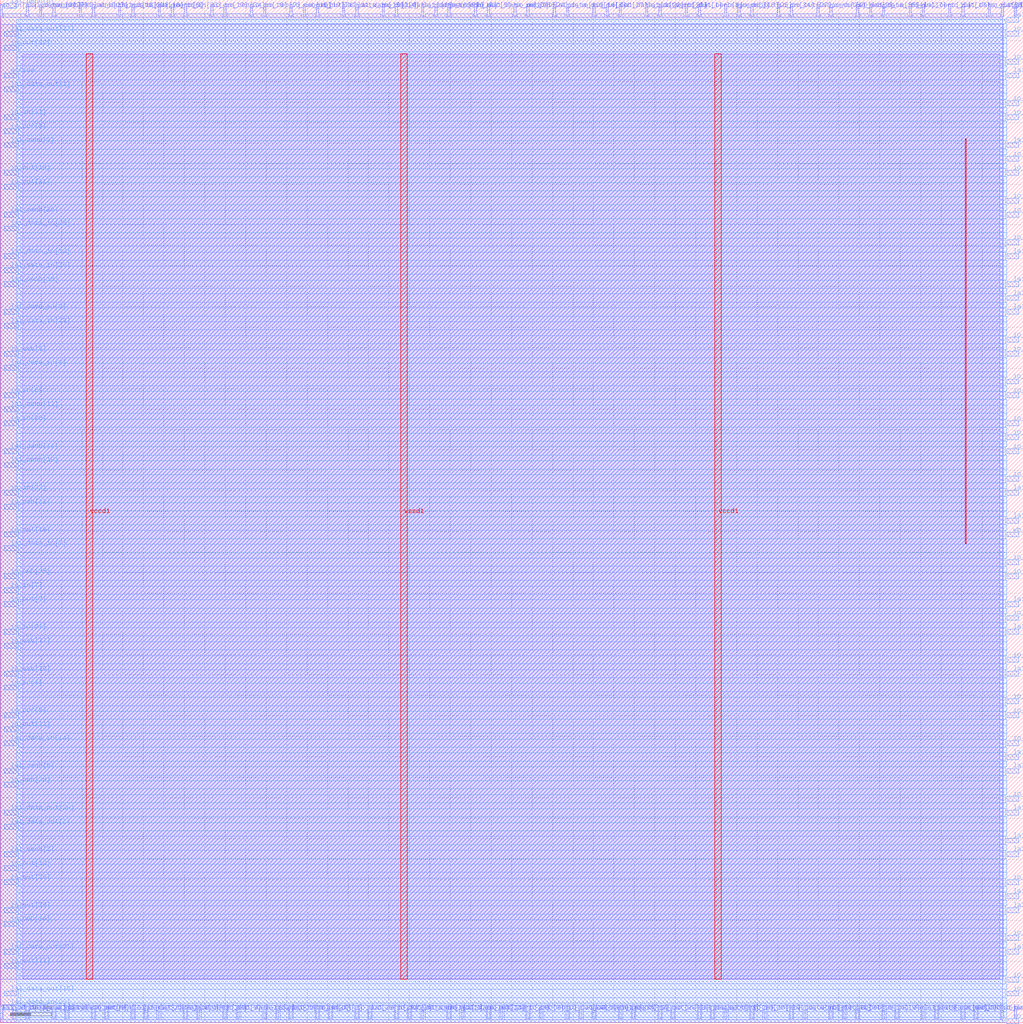
<source format=lef>
VERSION 5.7 ;
  NOWIREEXTENSIONATPIN ON ;
  DIVIDERCHAR "/" ;
  BUSBITCHARS "[]" ;
MACRO wrapped_rgb_mixer
  CLASS BLOCK ;
  FOREIGN wrapped_rgb_mixer ;
  ORIGIN 0.000 0.000 ;
  SIZE 250.000 BY 250.000 ;
  PIN active
    DIRECTION INPUT ;
    USE SIGNAL ;
    PORT
      LAYER met3 ;
        RECT 1.000 230.940 4.000 232.140 ;
    END
  END active
  PIN io_in[0]
    DIRECTION INPUT ;
    USE SIGNAL ;
    PORT
      LAYER met2 ;
        RECT 77.230 1.000 77.790 4.000 ;
    END
  END io_in[0]
  PIN io_in[10]
    DIRECTION INPUT ;
    USE SIGNAL ;
    PORT
      LAYER met2 ;
        RECT 138.410 246.000 138.970 249.000 ;
    END
  END io_in[10]
  PIN io_in[11]
    DIRECTION INPUT ;
    USE SIGNAL ;
    PORT
      LAYER met2 ;
        RECT -0.050 246.000 0.510 249.000 ;
    END
  END io_in[11]
  PIN io_in[12]
    DIRECTION INPUT ;
    USE SIGNAL ;
    PORT
      LAYER met3 ;
        RECT 246.000 210.540 249.000 211.740 ;
    END
  END io_in[12]
  PIN io_in[13]
    DIRECTION INPUT ;
    USE SIGNAL ;
    PORT
      LAYER met2 ;
        RECT 119.090 1.000 119.650 4.000 ;
    END
  END io_in[13]
  PIN io_in[14]
    DIRECTION INPUT ;
    USE SIGNAL ;
    PORT
      LAYER met2 ;
        RECT 93.330 246.000 93.890 249.000 ;
    END
  END io_in[14]
  PIN io_in[15]
    DIRECTION INPUT ;
    USE SIGNAL ;
    PORT
      LAYER met3 ;
        RECT 246.000 220.740 249.000 221.940 ;
    END
  END io_in[15]
  PIN io_in[16]
    DIRECTION INPUT ;
    USE SIGNAL ;
    PORT
      LAYER met3 ;
        RECT 246.000 20.140 249.000 21.340 ;
    END
  END io_in[16]
  PIN io_in[17]
    DIRECTION INPUT ;
    USE SIGNAL ;
    PORT
      LAYER met2 ;
        RECT 51.470 246.000 52.030 249.000 ;
    END
  END io_in[17]
  PIN io_in[18]
    DIRECTION INPUT ;
    USE SIGNAL ;
    PORT
      LAYER met2 ;
        RECT 61.130 246.000 61.690 249.000 ;
    END
  END io_in[18]
  PIN io_in[19]
    DIRECTION INPUT ;
    USE SIGNAL ;
    PORT
      LAYER met2 ;
        RECT 215.690 1.000 216.250 4.000 ;
    END
  END io_in[19]
  PIN io_in[1]
    DIRECTION INPUT ;
    USE SIGNAL ;
    PORT
      LAYER met3 ;
        RECT 1.000 81.340 4.000 82.540 ;
    END
  END io_in[1]
  PIN io_in[20]
    DIRECTION INPUT ;
    USE SIGNAL ;
    PORT
      LAYER met3 ;
        RECT 1.000 145.940 4.000 147.140 ;
    END
  END io_in[20]
  PIN io_in[21]
    DIRECTION INPUT ;
    USE SIGNAL ;
    PORT
      LAYER met3 ;
        RECT 1.000 94.940 4.000 96.140 ;
    END
  END io_in[21]
  PIN io_in[22]
    DIRECTION INPUT ;
    USE SIGNAL ;
    PORT
      LAYER met3 ;
        RECT 246.000 77.940 249.000 79.140 ;
    END
  END io_in[22]
  PIN io_in[23]
    DIRECTION INPUT ;
    USE SIGNAL ;
    PORT
      LAYER met2 ;
        RECT 45.030 246.000 45.590 249.000 ;
    END
  END io_in[23]
  PIN io_in[24]
    DIRECTION INPUT ;
    USE SIGNAL ;
    PORT
      LAYER met2 ;
        RECT 32.150 246.000 32.710 249.000 ;
    END
  END io_in[24]
  PIN io_in[25]
    DIRECTION INPUT ;
    USE SIGNAL ;
    PORT
      LAYER met2 ;
        RECT 186.710 1.000 187.270 4.000 ;
    END
  END io_in[25]
  PIN io_in[26]
    DIRECTION INPUT ;
    USE SIGNAL ;
    PORT
      LAYER met2 ;
        RECT 183.490 1.000 184.050 4.000 ;
    END
  END io_in[26]
  PIN io_in[27]
    DIRECTION INPUT ;
    USE SIGNAL ;
    PORT
      LAYER met3 ;
        RECT 246.000 54.140 249.000 55.340 ;
    END
  END io_in[27]
  PIN io_in[28]
    DIRECTION INPUT ;
    USE SIGNAL ;
    PORT
      LAYER met2 ;
        RECT 164.170 1.000 164.730 4.000 ;
    END
  END io_in[28]
  PIN io_in[29]
    DIRECTION INPUT ;
    USE SIGNAL ;
    PORT
      LAYER met2 ;
        RECT 247.890 246.000 248.450 249.000 ;
    END
  END io_in[29]
  PIN io_in[2]
    DIRECTION INPUT ;
    USE SIGNAL ;
    PORT
      LAYER met2 ;
        RECT 80.450 1.000 81.010 4.000 ;
    END
  END io_in[2]
  PIN io_in[30]
    DIRECTION INPUT ;
    USE SIGNAL ;
    PORT
      LAYER met3 ;
        RECT 246.000 98.340 249.000 99.540 ;
    END
  END io_in[30]
  PIN io_in[31]
    DIRECTION INPUT ;
    USE SIGNAL ;
    PORT
      LAYER met3 ;
        RECT 1.000 220.740 4.000 221.940 ;
    END
  END io_in[31]
  PIN io_in[32]
    DIRECTION INPUT ;
    USE SIGNAL ;
    PORT
      LAYER met2 ;
        RECT 154.510 1.000 155.070 4.000 ;
    END
  END io_in[32]
  PIN io_in[33]
    DIRECTION INPUT ;
    USE SIGNAL ;
    PORT
      LAYER met3 ;
        RECT 1.000 128.940 4.000 130.140 ;
    END
  END io_in[33]
  PIN io_in[34]
    DIRECTION INPUT ;
    USE SIGNAL ;
    PORT
      LAYER met2 ;
        RECT 189.930 246.000 190.490 249.000 ;
    END
  END io_in[34]
  PIN io_in[35]
    DIRECTION INPUT ;
    USE SIGNAL ;
    PORT
      LAYER met2 ;
        RECT 215.690 246.000 216.250 249.000 ;
    END
  END io_in[35]
  PIN io_in[36]
    DIRECTION INPUT ;
    USE SIGNAL ;
    PORT
      LAYER met3 ;
        RECT 246.000 156.140 249.000 157.340 ;
    END
  END io_in[36]
  PIN io_in[37]
    DIRECTION INPUT ;
    USE SIGNAL ;
    PORT
      LAYER met2 ;
        RECT 222.130 246.000 222.690 249.000 ;
    END
  END io_in[37]
  PIN io_in[3]
    DIRECTION INPUT ;
    USE SIGNAL ;
    PORT
      LAYER met2 ;
        RECT 144.850 246.000 145.410 249.000 ;
    END
  END io_in[3]
  PIN io_in[4]
    DIRECTION INPUT ;
    USE SIGNAL ;
    PORT
      LAYER met3 ;
        RECT 246.000 152.740 249.000 153.940 ;
    END
  END io_in[4]
  PIN io_in[5]
    DIRECTION INPUT ;
    USE SIGNAL ;
    PORT
      LAYER met3 ;
        RECT 246.000 241.140 249.000 242.340 ;
    END
  END io_in[5]
  PIN io_in[6]
    DIRECTION INPUT ;
    USE SIGNAL ;
    PORT
      LAYER met3 ;
        RECT 1.000 152.740 4.000 153.940 ;
    END
  END io_in[6]
  PIN io_in[7]
    DIRECTION INPUT ;
    USE SIGNAL ;
    PORT
      LAYER met3 ;
        RECT 1.000 105.140 4.000 106.340 ;
    END
  END io_in[7]
  PIN io_in[8]
    DIRECTION INPUT ;
    USE SIGNAL ;
    PORT
      LAYER met3 ;
        RECT 246.000 166.340 249.000 167.540 ;
    END
  END io_in[8]
  PIN io_in[9]
    DIRECTION INPUT ;
    USE SIGNAL ;
    PORT
      LAYER met2 ;
        RECT 41.810 246.000 42.370 249.000 ;
    END
  END io_in[9]
  PIN io_oeb[0]
    DIRECTION INOUT ;
    USE SIGNAL ;
    PORT
      LAYER met2 ;
        RECT 131.970 1.000 132.530 4.000 ;
    END
  END io_oeb[0]
  PIN io_oeb[10]
    DIRECTION INOUT ;
    USE SIGNAL ;
    PORT
      LAYER met3 ;
        RECT 1.000 84.740 4.000 85.940 ;
    END
  END io_oeb[10]
  PIN io_oeb[11]
    DIRECTION INOUT ;
    USE SIGNAL ;
    PORT
      LAYER met3 ;
        RECT 246.000 142.540 249.000 143.740 ;
    END
  END io_oeb[11]
  PIN io_oeb[12]
    DIRECTION INOUT ;
    USE SIGNAL ;
    PORT
      LAYER met3 ;
        RECT 246.000 74.540 249.000 75.740 ;
    END
  END io_oeb[12]
  PIN io_oeb[13]
    DIRECTION INOUT ;
    USE SIGNAL ;
    PORT
      LAYER met3 ;
        RECT 246.000 67.740 249.000 68.940 ;
    END
  END io_oeb[13]
  PIN io_oeb[14]
    DIRECTION INOUT ;
    USE SIGNAL ;
    PORT
      LAYER met3 ;
        RECT 1.000 23.540 4.000 24.740 ;
    END
  END io_oeb[14]
  PIN io_oeb[15]
    DIRECTION INOUT ;
    USE SIGNAL ;
    PORT
      LAYER met2 ;
        RECT 70.790 246.000 71.350 249.000 ;
    END
  END io_oeb[15]
  PIN io_oeb[16]
    DIRECTION INOUT ;
    USE SIGNAL ;
    PORT
      LAYER met3 ;
        RECT 246.000 9.940 249.000 11.140 ;
    END
  END io_oeb[16]
  PIN io_oeb[17]
    DIRECTION INOUT ;
    USE SIGNAL ;
    PORT
      LAYER met2 ;
        RECT 67.570 1.000 68.130 4.000 ;
    END
  END io_oeb[17]
  PIN io_oeb[18]
    DIRECTION INOUT ;
    USE SIGNAL ;
    PORT
      LAYER met2 ;
        RECT 180.270 246.000 180.830 249.000 ;
    END
  END io_oeb[18]
  PIN io_oeb[19]
    DIRECTION INOUT ;
    USE SIGNAL ;
    PORT
      LAYER met2 ;
        RECT 74.010 246.000 74.570 249.000 ;
    END
  END io_oeb[19]
  PIN io_oeb[1]
    DIRECTION INOUT ;
    USE SIGNAL ;
    PORT
      LAYER met2 ;
        RECT 196.370 1.000 196.930 4.000 ;
    END
  END io_oeb[1]
  PIN io_oeb[20]
    DIRECTION INOUT ;
    USE SIGNAL ;
    PORT
      LAYER met3 ;
        RECT 246.000 108.540 249.000 109.740 ;
    END
  END io_oeb[20]
  PIN io_oeb[21]
    DIRECTION INOUT ;
    USE SIGNAL ;
    PORT
      LAYER met2 ;
        RECT 9.610 246.000 10.170 249.000 ;
    END
  END io_oeb[21]
  PIN io_oeb[22]
    DIRECTION INOUT ;
    USE SIGNAL ;
    PORT
      LAYER met2 ;
        RECT 25.710 1.000 26.270 4.000 ;
    END
  END io_oeb[22]
  PIN io_oeb[23]
    DIRECTION INOUT ;
    USE SIGNAL ;
    PORT
      LAYER met2 ;
        RECT 125.530 246.000 126.090 249.000 ;
    END
  END io_oeb[23]
  PIN io_oeb[24]
    DIRECTION INOUT ;
    USE SIGNAL ;
    PORT
      LAYER met2 ;
        RECT 128.750 246.000 129.310 249.000 ;
    END
  END io_oeb[24]
  PIN io_oeb[25]
    DIRECTION INOUT ;
    USE SIGNAL ;
    PORT
      LAYER met2 ;
        RECT 238.230 1.000 238.790 4.000 ;
    END
  END io_oeb[25]
  PIN io_oeb[26]
    DIRECTION INOUT ;
    USE SIGNAL ;
    PORT
      LAYER met3 ;
        RECT 246.000 196.940 249.000 198.140 ;
    END
  END io_oeb[26]
  PIN io_oeb[27]
    DIRECTION INOUT ;
    USE SIGNAL ;
    PORT
      LAYER met2 ;
        RECT 148.070 246.000 148.630 249.000 ;
    END
  END io_oeb[27]
  PIN io_oeb[28]
    DIRECTION INOUT ;
    USE SIGNAL ;
    PORT
      LAYER met2 ;
        RECT 209.250 1.000 209.810 4.000 ;
    END
  END io_oeb[28]
  PIN io_oeb[29]
    DIRECTION INOUT ;
    USE SIGNAL ;
    PORT
      LAYER met3 ;
        RECT 246.000 162.940 249.000 164.140 ;
    END
  END io_oeb[29]
  PIN io_oeb[2]
    DIRECTION INOUT ;
    USE SIGNAL ;
    PORT
      LAYER met2 ;
        RECT 209.250 246.000 209.810 249.000 ;
    END
  END io_oeb[2]
  PIN io_oeb[30]
    DIRECTION INOUT ;
    USE SIGNAL ;
    PORT
      LAYER met2 ;
        RECT 12.830 246.000 13.390 249.000 ;
    END
  END io_oeb[30]
  PIN io_oeb[31]
    DIRECTION INOUT ;
    USE SIGNAL ;
    PORT
      LAYER met2 ;
        RECT 206.030 1.000 206.590 4.000 ;
    END
  END io_oeb[31]
  PIN io_oeb[32]
    DIRECTION INOUT ;
    USE SIGNAL ;
    PORT
      LAYER met3 ;
        RECT 1.000 125.540 4.000 126.740 ;
    END
  END io_oeb[32]
  PIN io_oeb[33]
    DIRECTION INOUT ;
    USE SIGNAL ;
    PORT
      LAYER met2 ;
        RECT 244.670 1.000 245.230 4.000 ;
    END
  END io_oeb[33]
  PIN io_oeb[34]
    DIRECTION INOUT ;
    USE SIGNAL ;
    PORT
      LAYER met2 ;
        RECT 54.690 246.000 55.250 249.000 ;
    END
  END io_oeb[34]
  PIN io_oeb[35]
    DIRECTION INOUT ;
    USE SIGNAL ;
    PORT
      LAYER met3 ;
        RECT 1.000 108.540 4.000 109.740 ;
    END
  END io_oeb[35]
  PIN io_oeb[36]
    DIRECTION INOUT ;
    USE SIGNAL ;
    PORT
      LAYER met3 ;
        RECT 1.000 57.540 4.000 58.740 ;
    END
  END io_oeb[36]
  PIN io_oeb[37]
    DIRECTION INOUT ;
    USE SIGNAL ;
    PORT
      LAYER met3 ;
        RECT 1.000 91.540 4.000 92.740 ;
    END
  END io_oeb[37]
  PIN io_oeb[3]
    DIRECTION INOUT ;
    USE SIGNAL ;
    PORT
      LAYER met2 ;
        RECT 128.750 1.000 129.310 4.000 ;
    END
  END io_oeb[3]
  PIN io_oeb[4]
    DIRECTION INOUT ;
    USE SIGNAL ;
    PORT
      LAYER met3 ;
        RECT 246.000 -0.260 249.000 0.940 ;
    END
  END io_oeb[4]
  PIN io_oeb[5]
    DIRECTION INOUT ;
    USE SIGNAL ;
    PORT
      LAYER met3 ;
        RECT 1.000 162.940 4.000 164.140 ;
    END
  END io_oeb[5]
  PIN io_oeb[6]
    DIRECTION INOUT ;
    USE SIGNAL ;
    PORT
      LAYER met3 ;
        RECT 246.000 88.140 249.000 89.340 ;
    END
  END io_oeb[6]
  PIN io_oeb[7]
    DIRECTION INOUT ;
    USE SIGNAL ;
    PORT
      LAYER met2 ;
        RECT 64.350 246.000 64.910 249.000 ;
    END
  END io_oeb[7]
  PIN io_oeb[8]
    DIRECTION INOUT ;
    USE SIGNAL ;
    PORT
      LAYER met2 ;
        RECT 22.490 1.000 23.050 4.000 ;
    END
  END io_oeb[8]
  PIN io_oeb[9]
    DIRECTION INOUT ;
    USE SIGNAL ;
    PORT
      LAYER met2 ;
        RECT 54.690 1.000 55.250 4.000 ;
    END
  END io_oeb[9]
  PIN io_out[0]
    DIRECTION INOUT ;
    USE SIGNAL ;
    PORT
      LAYER met3 ;
        RECT 246.000 234.340 249.000 235.540 ;
    END
  END io_out[0]
  PIN io_out[10]
    DIRECTION INOUT ;
    USE SIGNAL ;
    PORT
      LAYER met3 ;
        RECT 246.000 139.140 249.000 140.340 ;
    END
  END io_out[10]
  PIN io_out[11]
    DIRECTION INOUT ;
    USE SIGNAL ;
    PORT
      LAYER met3 ;
        RECT 1.000 13.340 4.000 14.540 ;
    END
  END io_out[11]
  PIN io_out[12]
    DIRECTION INOUT ;
    USE SIGNAL ;
    PORT
      LAYER met3 ;
        RECT 1.000 37.140 4.000 38.340 ;
    END
  END io_out[12]
  PIN io_out[13]
    DIRECTION INOUT ;
    USE SIGNAL ;
    PORT
      LAYER met2 ;
        RECT 202.810 1.000 203.370 4.000 ;
    END
  END io_out[13]
  PIN io_out[14]
    DIRECTION INOUT ;
    USE SIGNAL ;
    PORT
      LAYER met3 ;
        RECT 246.000 200.340 249.000 201.540 ;
    END
  END io_out[14]
  PIN io_out[15]
    DIRECTION INOUT ;
    USE SIGNAL ;
    PORT
      LAYER met3 ;
        RECT 1.000 207.140 4.000 208.340 ;
    END
  END io_out[15]
  PIN io_out[16]
    DIRECTION INOUT ;
    USE SIGNAL ;
    PORT
      LAYER met3 ;
        RECT 246.000 132.340 249.000 133.540 ;
    END
  END io_out[16]
  PIN io_out[17]
    DIRECTION INOUT ;
    USE SIGNAL ;
    PORT
      LAYER met2 ;
        RECT 231.790 246.000 232.350 249.000 ;
    END
  END io_out[17]
  PIN io_out[18]
    DIRECTION INOUT ;
    USE SIGNAL ;
    PORT
      LAYER met2 ;
        RECT 235.010 1.000 235.570 4.000 ;
    END
  END io_out[18]
  PIN io_out[19]
    DIRECTION INOUT ;
    USE SIGNAL ;
    PORT
      LAYER met3 ;
        RECT 1.000 118.740 4.000 119.940 ;
    END
  END io_out[19]
  PIN io_out[1]
    DIRECTION INOUT ;
    USE SIGNAL ;
    PORT
      LAYER met2 ;
        RECT 167.390 246.000 167.950 249.000 ;
    END
  END io_out[1]
  PIN io_out[20]
    DIRECTION INOUT ;
    USE SIGNAL ;
    PORT
      LAYER met2 ;
        RECT 202.810 246.000 203.370 249.000 ;
    END
  END io_out[20]
  PIN io_out[21]
    DIRECTION INOUT ;
    USE SIGNAL ;
    PORT
      LAYER met3 ;
        RECT 1.000 203.740 4.000 204.940 ;
    END
  END io_out[21]
  PIN io_out[22]
    DIRECTION INOUT ;
    USE SIGNAL ;
    PORT
      LAYER met2 ;
        RECT 160.950 1.000 161.510 4.000 ;
    END
  END io_out[22]
  PIN io_out[23]
    DIRECTION INOUT ;
    USE SIGNAL ;
    PORT
      LAYER met3 ;
        RECT 246.000 111.940 249.000 113.140 ;
    END
  END io_out[23]
  PIN io_out[24]
    DIRECTION INOUT ;
    USE SIGNAL ;
    PORT
      LAYER met2 ;
        RECT 138.410 1.000 138.970 4.000 ;
    END
  END io_out[24]
  PIN io_out[25]
    DIRECTION INOUT ;
    USE SIGNAL ;
    PORT
      LAYER met2 ;
        RECT 183.490 246.000 184.050 249.000 ;
    END
  END io_out[25]
  PIN io_out[26]
    DIRECTION INOUT ;
    USE SIGNAL ;
    PORT
      LAYER met3 ;
        RECT 1.000 26.940 4.000 28.140 ;
    END
  END io_out[26]
  PIN io_out[27]
    DIRECTION INOUT ;
    USE SIGNAL ;
    PORT
      LAYER met2 ;
        RECT 193.150 246.000 193.710 249.000 ;
    END
  END io_out[27]
  PIN io_out[28]
    DIRECTION INOUT ;
    USE SIGNAL ;
    PORT
      LAYER met2 ;
        RECT 86.890 1.000 87.450 4.000 ;
    END
  END io_out[28]
  PIN io_out[29]
    DIRECTION INOUT ;
    USE SIGNAL ;
    PORT
      LAYER met3 ;
        RECT 246.000 6.540 249.000 7.740 ;
    END
  END io_out[29]
  PIN io_out[2]
    DIRECTION INOUT ;
    USE SIGNAL ;
    PORT
      LAYER met2 ;
        RECT 35.370 1.000 35.930 4.000 ;
    END
  END io_out[2]
  PIN io_out[30]
    DIRECTION INOUT ;
    USE SIGNAL ;
    PORT
      LAYER met3 ;
        RECT 1.000 33.740 4.000 34.940 ;
    END
  END io_out[30]
  PIN io_out[31]
    DIRECTION INOUT ;
    USE SIGNAL ;
    PORT
      LAYER met3 ;
        RECT 1.000 71.140 4.000 72.340 ;
    END
  END io_out[31]
  PIN io_out[32]
    DIRECTION INOUT ;
    USE SIGNAL ;
    PORT
      LAYER met3 ;
        RECT 1.000 237.740 4.000 238.940 ;
    END
  END io_out[32]
  PIN io_out[33]
    DIRECTION INOUT ;
    USE SIGNAL ;
    PORT
      LAYER met3 ;
        RECT 246.000 33.740 249.000 34.940 ;
    END
  END io_out[33]
  PIN io_out[34]
    DIRECTION INOUT ;
    USE SIGNAL ;
    PORT
      LAYER met3 ;
        RECT 246.000 207.140 249.000 208.340 ;
    END
  END io_out[34]
  PIN io_out[35]
    DIRECTION INOUT ;
    USE SIGNAL ;
    PORT
      LAYER met3 ;
        RECT 246.000 190.140 249.000 191.340 ;
    END
  END io_out[35]
  PIN io_out[36]
    DIRECTION INOUT ;
    USE SIGNAL ;
    PORT
      LAYER met2 ;
        RECT 77.230 246.000 77.790 249.000 ;
    END
  END io_out[36]
  PIN io_out[37]
    DIRECTION INOUT ;
    USE SIGNAL ;
    PORT
      LAYER met3 ;
        RECT 246.000 224.140 249.000 225.340 ;
    END
  END io_out[37]
  PIN io_out[3]
    DIRECTION INOUT ;
    USE SIGNAL ;
    PORT
      LAYER met3 ;
        RECT 1.000 217.340 4.000 218.540 ;
    END
  END io_out[3]
  PIN io_out[4]
    DIRECTION INOUT ;
    USE SIGNAL ;
    PORT
      LAYER met3 ;
        RECT 246.000 145.940 249.000 147.140 ;
    END
  END io_out[4]
  PIN io_out[5]
    DIRECTION INOUT ;
    USE SIGNAL ;
    PORT
      LAYER met2 ;
        RECT 115.870 246.000 116.430 249.000 ;
    END
  END io_out[5]
  PIN io_out[6]
    DIRECTION INOUT ;
    USE SIGNAL ;
    PORT
      LAYER met2 ;
        RECT 241.450 246.000 242.010 249.000 ;
    END
  END io_out[6]
  PIN io_out[7]
    DIRECTION INOUT ;
    USE SIGNAL ;
    PORT
      LAYER met3 ;
        RECT 1.000 101.740 4.000 102.940 ;
    END
  END io_out[7]
  PIN io_out[8]
    DIRECTION INOUT ;
    USE SIGNAL ;
    PORT
      LAYER met2 ;
        RECT 96.550 1.000 97.110 4.000 ;
    END
  END io_out[8]
  PIN io_out[9]
    DIRECTION INOUT ;
    USE SIGNAL ;
    PORT
      LAYER met3 ;
        RECT 1.000 74.540 4.000 75.740 ;
    END
  END io_out[9]
  PIN la1_data_in[0]
    DIRECTION INPUT ;
    USE SIGNAL ;
    PORT
      LAYER met3 ;
        RECT 246.000 40.540 249.000 41.740 ;
    END
  END la1_data_in[0]
  PIN la1_data_in[10]
    DIRECTION INPUT ;
    USE SIGNAL ;
    PORT
      LAYER met2 ;
        RECT 109.430 1.000 109.990 4.000 ;
    END
  END la1_data_in[10]
  PIN la1_data_in[11]
    DIRECTION INPUT ;
    USE SIGNAL ;
    PORT
      LAYER met3 ;
        RECT 246.000 30.340 249.000 31.540 ;
    END
  END la1_data_in[11]
  PIN la1_data_in[12]
    DIRECTION INPUT ;
    USE SIGNAL ;
    PORT
      LAYER met3 ;
        RECT 1.000 186.740 4.000 187.940 ;
    END
  END la1_data_in[12]
  PIN la1_data_in[13]
    DIRECTION INPUT ;
    USE SIGNAL ;
    PORT
      LAYER met2 ;
        RECT 170.610 1.000 171.170 4.000 ;
    END
  END la1_data_in[13]
  PIN la1_data_in[14]
    DIRECTION INPUT ;
    USE SIGNAL ;
    PORT
      LAYER met3 ;
        RECT 1.000 67.740 4.000 68.940 ;
    END
  END la1_data_in[14]
  PIN la1_data_in[15]
    DIRECTION INPUT ;
    USE SIGNAL ;
    PORT
      LAYER met2 ;
        RECT 83.670 246.000 84.230 249.000 ;
    END
  END la1_data_in[15]
  PIN la1_data_in[16]
    DIRECTION INPUT ;
    USE SIGNAL ;
    PORT
      LAYER met2 ;
        RECT 157.730 246.000 158.290 249.000 ;
    END
  END la1_data_in[16]
  PIN la1_data_in[17]
    DIRECTION INPUT ;
    USE SIGNAL ;
    PORT
      LAYER met2 ;
        RECT 119.090 246.000 119.650 249.000 ;
    END
  END la1_data_in[17]
  PIN la1_data_in[18]
    DIRECTION INPUT ;
    USE SIGNAL ;
    PORT
      LAYER met2 ;
        RECT 218.910 1.000 219.470 4.000 ;
    END
  END la1_data_in[18]
  PIN la1_data_in[19]
    DIRECTION INPUT ;
    USE SIGNAL ;
    PORT
      LAYER met2 ;
        RECT 86.890 246.000 87.450 249.000 ;
    END
  END la1_data_in[19]
  PIN la1_data_in[1]
    DIRECTION INPUT ;
    USE SIGNAL ;
    PORT
      LAYER met2 ;
        RECT 99.770 1.000 100.330 4.000 ;
    END
  END la1_data_in[1]
  PIN la1_data_in[20]
    DIRECTION INPUT ;
    USE SIGNAL ;
    PORT
      LAYER met3 ;
        RECT 1.000 183.340 4.000 184.540 ;
    END
  END la1_data_in[20]
  PIN la1_data_in[21]
    DIRECTION INPUT ;
    USE SIGNAL ;
    PORT
      LAYER met2 ;
        RECT 244.670 246.000 245.230 249.000 ;
    END
  END la1_data_in[21]
  PIN la1_data_in[22]
    DIRECTION INPUT ;
    USE SIGNAL ;
    PORT
      LAYER met3 ;
        RECT 246.000 43.940 249.000 45.140 ;
    END
  END la1_data_in[22]
  PIN la1_data_in[23]
    DIRECTION INPUT ;
    USE SIGNAL ;
    PORT
      LAYER met3 ;
        RECT 1.000 3.140 4.000 4.340 ;
    END
  END la1_data_in[23]
  PIN la1_data_in[24]
    DIRECTION INPUT ;
    USE SIGNAL ;
    PORT
      LAYER met2 ;
        RECT 70.790 1.000 71.350 4.000 ;
    END
  END la1_data_in[24]
  PIN la1_data_in[25]
    DIRECTION INPUT ;
    USE SIGNAL ;
    PORT
      LAYER met3 ;
        RECT 1.000 193.540 4.000 194.740 ;
    END
  END la1_data_in[25]
  PIN la1_data_in[26]
    DIRECTION INPUT ;
    USE SIGNAL ;
    PORT
      LAYER met3 ;
        RECT 246.000 16.740 249.000 17.940 ;
    END
  END la1_data_in[26]
  PIN la1_data_in[27]
    DIRECTION INPUT ;
    USE SIGNAL ;
    PORT
      LAYER met2 ;
        RECT 144.850 1.000 145.410 4.000 ;
    END
  END la1_data_in[27]
  PIN la1_data_in[28]
    DIRECTION INPUT ;
    USE SIGNAL ;
    PORT
      LAYER met3 ;
        RECT 1.000 169.740 4.000 170.940 ;
    END
  END la1_data_in[28]
  PIN la1_data_in[29]
    DIRECTION INPUT ;
    USE SIGNAL ;
    PORT
      LAYER met2 ;
        RECT 6.390 246.000 6.950 249.000 ;
    END
  END la1_data_in[29]
  PIN la1_data_in[2]
    DIRECTION INPUT ;
    USE SIGNAL ;
    PORT
      LAYER met2 ;
        RECT 57.910 1.000 58.470 4.000 ;
    END
  END la1_data_in[2]
  PIN la1_data_in[30]
    DIRECTION INPUT ;
    USE SIGNAL ;
    PORT
      LAYER met2 ;
        RECT 6.390 1.000 6.950 4.000 ;
    END
  END la1_data_in[30]
  PIN la1_data_in[31]
    DIRECTION INPUT ;
    USE SIGNAL ;
    PORT
      LAYER met2 ;
        RECT 193.150 1.000 193.710 4.000 ;
    END
  END la1_data_in[31]
  PIN la1_data_in[3]
    DIRECTION INPUT ;
    USE SIGNAL ;
    PORT
      LAYER met3 ;
        RECT 1.000 159.540 4.000 160.740 ;
    END
  END la1_data_in[3]
  PIN la1_data_in[4]
    DIRECTION INPUT ;
    USE SIGNAL ;
    PORT
      LAYER met2 ;
        RECT 212.470 246.000 213.030 249.000 ;
    END
  END la1_data_in[4]
  PIN la1_data_in[5]
    DIRECTION INPUT ;
    USE SIGNAL ;
    PORT
      LAYER met3 ;
        RECT 246.000 122.140 249.000 123.340 ;
    END
  END la1_data_in[5]
  PIN la1_data_in[6]
    DIRECTION INPUT ;
    USE SIGNAL ;
    PORT
      LAYER met2 ;
        RECT 96.550 246.000 97.110 249.000 ;
    END
  END la1_data_in[6]
  PIN la1_data_in[7]
    DIRECTION INPUT ;
    USE SIGNAL ;
    PORT
      LAYER met3 ;
        RECT 1.000 115.340 4.000 116.540 ;
    END
  END la1_data_in[7]
  PIN la1_data_in[8]
    DIRECTION INPUT ;
    USE SIGNAL ;
    PORT
      LAYER met2 ;
        RECT 102.990 246.000 103.550 249.000 ;
    END
  END la1_data_in[8]
  PIN la1_data_in[9]
    DIRECTION INPUT ;
    USE SIGNAL ;
    PORT
      LAYER met3 ;
        RECT 1.000 173.140 4.000 174.340 ;
    END
  END la1_data_in[9]
  PIN la1_data_out[0]
    DIRECTION INOUT ;
    USE SIGNAL ;
    PORT
      LAYER met2 ;
        RECT 38.590 1.000 39.150 4.000 ;
    END
  END la1_data_out[0]
  PIN la1_data_out[10]
    DIRECTION INOUT ;
    USE SIGNAL ;
    PORT
      LAYER met3 ;
        RECT 246.000 60.940 249.000 62.140 ;
    END
  END la1_data_out[10]
  PIN la1_data_out[11]
    DIRECTION INOUT ;
    USE SIGNAL ;
    PORT
      LAYER met2 ;
        RECT 112.650 1.000 113.210 4.000 ;
    END
  END la1_data_out[11]
  PIN la1_data_out[12]
    DIRECTION INOUT ;
    USE SIGNAL ;
    PORT
      LAYER met3 ;
        RECT 246.000 230.940 249.000 232.140 ;
    END
  END la1_data_out[12]
  PIN la1_data_out[13]
    DIRECTION INOUT ;
    USE SIGNAL ;
    PORT
      LAYER met2 ;
        RECT 22.490 246.000 23.050 249.000 ;
    END
  END la1_data_out[13]
  PIN la1_data_out[14]
    DIRECTION INOUT ;
    USE SIGNAL ;
    PORT
      LAYER met2 ;
        RECT 135.190 246.000 135.750 249.000 ;
    END
  END la1_data_out[14]
  PIN la1_data_out[15]
    DIRECTION INOUT ;
    USE SIGNAL ;
    PORT
      LAYER met3 ;
        RECT 1.000 6.540 4.000 7.740 ;
    END
  END la1_data_out[15]
  PIN la1_data_out[16]
    DIRECTION INOUT ;
    USE SIGNAL ;
    PORT
      LAYER met3 ;
        RECT 246.000 84.740 249.000 85.940 ;
    END
  END la1_data_out[16]
  PIN la1_data_out[17]
    DIRECTION INOUT ;
    USE SIGNAL ;
    PORT
      LAYER met3 ;
        RECT 246.000 179.940 249.000 181.140 ;
    END
  END la1_data_out[17]
  PIN la1_data_out[18]
    DIRECTION INOUT ;
    USE SIGNAL ;
    PORT
      LAYER met2 ;
        RECT 28.930 246.000 29.490 249.000 ;
    END
  END la1_data_out[18]
  PIN la1_data_out[19]
    DIRECTION INOUT ;
    USE SIGNAL ;
    PORT
      LAYER met3 ;
        RECT 246.000 128.940 249.000 130.140 ;
    END
  END la1_data_out[19]
  PIN la1_data_out[1]
    DIRECTION INOUT ;
    USE SIGNAL ;
    PORT
      LAYER met3 ;
        RECT 1.000 227.540 4.000 228.740 ;
    END
  END la1_data_out[1]
  PIN la1_data_out[20]
    DIRECTION INOUT ;
    USE SIGNAL ;
    PORT
      LAYER met3 ;
        RECT 1.000 50.740 4.000 51.940 ;
    END
  END la1_data_out[20]
  PIN la1_data_out[21]
    DIRECTION INOUT ;
    USE SIGNAL ;
    PORT
      LAYER met3 ;
        RECT 246.000 213.940 249.000 215.140 ;
    END
  END la1_data_out[21]
  PIN la1_data_out[22]
    DIRECTION INOUT ;
    USE SIGNAL ;
    PORT
      LAYER met2 ;
        RECT 151.290 246.000 151.850 249.000 ;
    END
  END la1_data_out[22]
  PIN la1_data_out[23]
    DIRECTION INOUT ;
    USE SIGNAL ;
    PORT
      LAYER met2 ;
        RECT 64.350 1.000 64.910 4.000 ;
    END
  END la1_data_out[23]
  PIN la1_data_out[24]
    DIRECTION INOUT ;
    USE SIGNAL ;
    PORT
      LAYER met3 ;
        RECT 246.000 94.940 249.000 96.140 ;
    END
  END la1_data_out[24]
  PIN la1_data_out[25]
    DIRECTION INOUT ;
    USE SIGNAL ;
    PORT
      LAYER met3 ;
        RECT 1.000 16.740 4.000 17.940 ;
    END
  END la1_data_out[25]
  PIN la1_data_out[26]
    DIRECTION INOUT ;
    USE SIGNAL ;
    PORT
      LAYER met3 ;
        RECT 246.000 26.940 249.000 28.140 ;
    END
  END la1_data_out[26]
  PIN la1_data_out[27]
    DIRECTION INOUT ;
    USE SIGNAL ;
    PORT
      LAYER met3 ;
        RECT 1.000 241.140 4.000 242.340 ;
    END
  END la1_data_out[27]
  PIN la1_data_out[28]
    DIRECTION INOUT ;
    USE SIGNAL ;
    PORT
      LAYER met2 ;
        RECT 225.350 1.000 225.910 4.000 ;
    END
  END la1_data_out[28]
  PIN la1_data_out[29]
    DIRECTION INOUT ;
    USE SIGNAL ;
    PORT
      LAYER met2 ;
        RECT 32.150 1.000 32.710 4.000 ;
    END
  END la1_data_out[29]
  PIN la1_data_out[2]
    DIRECTION INOUT ;
    USE SIGNAL ;
    PORT
      LAYER met2 ;
        RECT 102.990 1.000 103.550 4.000 ;
    END
  END la1_data_out[2]
  PIN la1_data_out[30]
    DIRECTION INOUT ;
    USE SIGNAL ;
    PORT
      LAYER met3 ;
        RECT 246.000 64.340 249.000 65.540 ;
    END
  END la1_data_out[30]
  PIN la1_data_out[31]
    DIRECTION INOUT ;
    USE SIGNAL ;
    PORT
      LAYER met3 ;
        RECT 246.000 244.540 249.000 245.740 ;
    END
  END la1_data_out[31]
  PIN la1_data_out[3]
    DIRECTION INOUT ;
    USE SIGNAL ;
    PORT
      LAYER met3 ;
        RECT 1.000 47.340 4.000 48.540 ;
    END
  END la1_data_out[3]
  PIN la1_data_out[4]
    DIRECTION INOUT ;
    USE SIGNAL ;
    PORT
      LAYER met2 ;
        RECT 228.570 1.000 229.130 4.000 ;
    END
  END la1_data_out[4]
  PIN la1_data_out[5]
    DIRECTION INOUT ;
    USE SIGNAL ;
    PORT
      LAYER met2 ;
        RECT 16.050 1.000 16.610 4.000 ;
    END
  END la1_data_out[5]
  PIN la1_data_out[6]
    DIRECTION INOUT ;
    USE SIGNAL ;
    PORT
      LAYER met3 ;
        RECT 246.000 101.740 249.000 102.940 ;
    END
  END la1_data_out[6]
  PIN la1_data_out[7]
    DIRECTION INOUT ;
    USE SIGNAL ;
    PORT
      LAYER met2 ;
        RECT 3.170 1.000 3.730 4.000 ;
    END
  END la1_data_out[7]
  PIN la1_data_out[8]
    DIRECTION INOUT ;
    USE SIGNAL ;
    PORT
      LAYER met3 ;
        RECT 246.000 186.740 249.000 187.940 ;
    END
  END la1_data_out[8]
  PIN la1_data_out[9]
    DIRECTION INOUT ;
    USE SIGNAL ;
    PORT
      LAYER met2 ;
        RECT 235.010 246.000 235.570 249.000 ;
    END
  END la1_data_out[9]
  PIN la1_oenb[0]
    DIRECTION INPUT ;
    USE SIGNAL ;
    PORT
      LAYER met2 ;
        RECT 247.890 1.000 248.450 4.000 ;
    END
  END la1_oenb[0]
  PIN la1_oenb[10]
    DIRECTION INPUT ;
    USE SIGNAL ;
    PORT
      LAYER met2 ;
        RECT 225.350 246.000 225.910 249.000 ;
    END
  END la1_oenb[10]
  PIN la1_oenb[11]
    DIRECTION INPUT ;
    USE SIGNAL ;
    PORT
      LAYER met3 ;
        RECT 1.000 139.140 4.000 140.340 ;
    END
  END la1_oenb[11]
  PIN la1_oenb[12]
    DIRECTION INPUT ;
    USE SIGNAL ;
    PORT
      LAYER met3 ;
        RECT 1.000 149.340 4.000 150.540 ;
    END
  END la1_oenb[12]
  PIN la1_oenb[13]
    DIRECTION INPUT ;
    USE SIGNAL ;
    PORT
      LAYER met2 ;
        RECT 151.290 1.000 151.850 4.000 ;
    END
  END la1_oenb[13]
  PIN la1_oenb[14]
    DIRECTION INPUT ;
    USE SIGNAL ;
    PORT
      LAYER met2 ;
        RECT -0.050 1.000 0.510 4.000 ;
    END
  END la1_oenb[14]
  PIN la1_oenb[15]
    DIRECTION INPUT ;
    USE SIGNAL ;
    PORT
      LAYER met2 ;
        RECT 177.050 1.000 177.610 4.000 ;
    END
  END la1_oenb[15]
  PIN la1_oenb[16]
    DIRECTION INPUT ;
    USE SIGNAL ;
    PORT
      LAYER met3 ;
        RECT 1.000 179.940 4.000 181.140 ;
    END
  END la1_oenb[16]
  PIN la1_oenb[17]
    DIRECTION INPUT ;
    USE SIGNAL ;
    PORT
      LAYER met2 ;
        RECT 19.270 246.000 19.830 249.000 ;
    END
  END la1_oenb[17]
  PIN la1_oenb[18]
    DIRECTION INPUT ;
    USE SIGNAL ;
    PORT
      LAYER met2 ;
        RECT 109.430 246.000 109.990 249.000 ;
    END
  END la1_oenb[18]
  PIN la1_oenb[19]
    DIRECTION INPUT ;
    USE SIGNAL ;
    PORT
      LAYER met3 ;
        RECT 1.000 135.740 4.000 136.940 ;
    END
  END la1_oenb[19]
  PIN la1_oenb[1]
    DIRECTION INPUT ;
    USE SIGNAL ;
    PORT
      LAYER met2 ;
        RECT 45.030 1.000 45.590 4.000 ;
    END
  END la1_oenb[1]
  PIN la1_oenb[20]
    DIRECTION INPUT ;
    USE SIGNAL ;
    PORT
      LAYER met2 ;
        RECT 12.830 1.000 13.390 4.000 ;
    END
  END la1_oenb[20]
  PIN la1_oenb[21]
    DIRECTION INPUT ;
    USE SIGNAL ;
    PORT
      LAYER met2 ;
        RECT 160.950 246.000 161.510 249.000 ;
    END
  END la1_oenb[21]
  PIN la1_oenb[22]
    DIRECTION INPUT ;
    USE SIGNAL ;
    PORT
      LAYER met2 ;
        RECT 106.210 246.000 106.770 249.000 ;
    END
  END la1_oenb[22]
  PIN la1_oenb[23]
    DIRECTION INPUT ;
    USE SIGNAL ;
    PORT
      LAYER met2 ;
        RECT 122.310 1.000 122.870 4.000 ;
    END
  END la1_oenb[23]
  PIN la1_oenb[24]
    DIRECTION INPUT ;
    USE SIGNAL ;
    PORT
      LAYER met2 ;
        RECT 199.590 246.000 200.150 249.000 ;
    END
  END la1_oenb[24]
  PIN la1_oenb[25]
    DIRECTION INPUT ;
    USE SIGNAL ;
    PORT
      LAYER met3 ;
        RECT 246.000 50.740 249.000 51.940 ;
    END
  END la1_oenb[25]
  PIN la1_oenb[26]
    DIRECTION INPUT ;
    USE SIGNAL ;
    PORT
      LAYER met3 ;
        RECT 1.000 196.940 4.000 198.140 ;
    END
  END la1_oenb[26]
  PIN la1_oenb[27]
    DIRECTION INPUT ;
    USE SIGNAL ;
    PORT
      LAYER met3 ;
        RECT 246.000 176.540 249.000 177.740 ;
    END
  END la1_oenb[27]
  PIN la1_oenb[28]
    DIRECTION INPUT ;
    USE SIGNAL ;
    PORT
      LAYER met2 ;
        RECT 48.250 1.000 48.810 4.000 ;
    END
  END la1_oenb[28]
  PIN la1_oenb[29]
    DIRECTION INPUT ;
    USE SIGNAL ;
    PORT
      LAYER met2 ;
        RECT 90.110 1.000 90.670 4.000 ;
    END
  END la1_oenb[29]
  PIN la1_oenb[2]
    DIRECTION INPUT ;
    USE SIGNAL ;
    PORT
      LAYER met3 ;
        RECT 1.000 40.540 4.000 41.740 ;
    END
  END la1_oenb[2]
  PIN la1_oenb[30]
    DIRECTION INPUT ;
    USE SIGNAL ;
    PORT
      LAYER met3 ;
        RECT 246.000 173.140 249.000 174.340 ;
    END
  END la1_oenb[30]
  PIN la1_oenb[31]
    DIRECTION INPUT ;
    USE SIGNAL ;
    PORT
      LAYER met2 ;
        RECT 141.630 1.000 142.190 4.000 ;
    END
  END la1_oenb[31]
  PIN la1_oenb[3]
    DIRECTION INPUT ;
    USE SIGNAL ;
    PORT
      LAYER met2 ;
        RECT 177.050 246.000 177.610 249.000 ;
    END
  END la1_oenb[3]
  PIN la1_oenb[4]
    DIRECTION INPUT ;
    USE SIGNAL ;
    PORT
      LAYER met2 ;
        RECT 170.610 246.000 171.170 249.000 ;
    END
  END la1_oenb[4]
  PIN la1_oenb[5]
    DIRECTION INPUT ;
    USE SIGNAL ;
    PORT
      LAYER met3 ;
        RECT 1.000 247.940 4.000 249.140 ;
    END
  END la1_oenb[5]
  PIN la1_oenb[6]
    DIRECTION INPUT ;
    USE SIGNAL ;
    PORT
      LAYER met2 ;
        RECT 38.590 246.000 39.150 249.000 ;
    END
  END la1_oenb[6]
  PIN la1_oenb[7]
    DIRECTION INPUT ;
    USE SIGNAL ;
    PORT
      LAYER met2 ;
        RECT 173.830 1.000 174.390 4.000 ;
    END
  END la1_oenb[7]
  PIN la1_oenb[8]
    DIRECTION INPUT ;
    USE SIGNAL ;
    PORT
      LAYER met3 ;
        RECT 1.000 60.940 4.000 62.140 ;
    END
  END la1_oenb[8]
  PIN la1_oenb[9]
    DIRECTION INPUT ;
    USE SIGNAL ;
    PORT
      LAYER met3 ;
        RECT 1.000 213.940 4.000 215.140 ;
    END
  END la1_oenb[9]
  PIN vccd1
    DIRECTION INOUT ;
    USE POWER ;
    PORT
      LAYER met4 ;
        RECT 21.040 10.640 22.640 236.880 ;
    END
    PORT
      LAYER met4 ;
        RECT 174.640 10.640 176.240 236.880 ;
    END
  END vccd1
  PIN vssd1
    DIRECTION INOUT ;
    USE GROUND ;
    PORT
      LAYER met4 ;
        RECT 97.840 10.640 99.440 236.880 ;
    END
  END vssd1
  PIN wb_clk_i
    DIRECTION INPUT ;
    USE SIGNAL ;
    PORT
      LAYER met3 ;
        RECT 246.000 118.740 249.000 119.940 ;
    END
  END wb_clk_i
  OBS
      LAYER li1 ;
        RECT 5.520 10.795 244.260 236.725 ;
      LAYER met1 ;
        RECT 0.070 10.640 245.110 244.080 ;
      LAYER met2 ;
        RECT 0.790 245.720 6.110 246.570 ;
        RECT 7.230 245.720 9.330 246.570 ;
        RECT 10.450 245.720 12.550 246.570 ;
        RECT 13.670 245.720 18.990 246.570 ;
        RECT 20.110 245.720 22.210 246.570 ;
        RECT 23.330 245.720 28.650 246.570 ;
        RECT 29.770 245.720 31.870 246.570 ;
        RECT 32.990 245.720 38.310 246.570 ;
        RECT 39.430 245.720 41.530 246.570 ;
        RECT 42.650 245.720 44.750 246.570 ;
        RECT 45.870 245.720 51.190 246.570 ;
        RECT 52.310 245.720 54.410 246.570 ;
        RECT 55.530 245.720 60.850 246.570 ;
        RECT 61.970 245.720 64.070 246.570 ;
        RECT 65.190 245.720 70.510 246.570 ;
        RECT 71.630 245.720 73.730 246.570 ;
        RECT 74.850 245.720 76.950 246.570 ;
        RECT 78.070 245.720 83.390 246.570 ;
        RECT 84.510 245.720 86.610 246.570 ;
        RECT 87.730 245.720 93.050 246.570 ;
        RECT 94.170 245.720 96.270 246.570 ;
        RECT 97.390 245.720 102.710 246.570 ;
        RECT 103.830 245.720 105.930 246.570 ;
        RECT 107.050 245.720 109.150 246.570 ;
        RECT 110.270 245.720 115.590 246.570 ;
        RECT 116.710 245.720 118.810 246.570 ;
        RECT 119.930 245.720 125.250 246.570 ;
        RECT 126.370 245.720 128.470 246.570 ;
        RECT 129.590 245.720 134.910 246.570 ;
        RECT 136.030 245.720 138.130 246.570 ;
        RECT 139.250 245.720 144.570 246.570 ;
        RECT 145.690 245.720 147.790 246.570 ;
        RECT 148.910 245.720 151.010 246.570 ;
        RECT 152.130 245.720 157.450 246.570 ;
        RECT 158.570 245.720 160.670 246.570 ;
        RECT 161.790 245.720 167.110 246.570 ;
        RECT 168.230 245.720 170.330 246.570 ;
        RECT 171.450 245.720 176.770 246.570 ;
        RECT 177.890 245.720 179.990 246.570 ;
        RECT 181.110 245.720 183.210 246.570 ;
        RECT 184.330 245.720 189.650 246.570 ;
        RECT 190.770 245.720 192.870 246.570 ;
        RECT 193.990 245.720 199.310 246.570 ;
        RECT 200.430 245.720 202.530 246.570 ;
        RECT 203.650 245.720 208.970 246.570 ;
        RECT 210.090 245.720 212.190 246.570 ;
        RECT 213.310 245.720 215.410 246.570 ;
        RECT 216.530 245.720 221.850 246.570 ;
        RECT 222.970 245.720 225.070 246.570 ;
        RECT 226.190 245.720 231.510 246.570 ;
        RECT 232.630 245.720 234.730 246.570 ;
        RECT 235.850 245.720 241.170 246.570 ;
        RECT 242.290 245.720 244.390 246.570 ;
        RECT 0.100 4.280 245.080 245.720 ;
        RECT 0.790 0.720 2.890 4.280 ;
        RECT 4.010 0.720 6.110 4.280 ;
        RECT 7.230 0.720 12.550 4.280 ;
        RECT 13.670 0.720 15.770 4.280 ;
        RECT 16.890 0.720 22.210 4.280 ;
        RECT 23.330 0.720 25.430 4.280 ;
        RECT 26.550 0.720 31.870 4.280 ;
        RECT 32.990 0.720 35.090 4.280 ;
        RECT 36.210 0.720 38.310 4.280 ;
        RECT 39.430 0.720 44.750 4.280 ;
        RECT 45.870 0.720 47.970 4.280 ;
        RECT 49.090 0.720 54.410 4.280 ;
        RECT 55.530 0.720 57.630 4.280 ;
        RECT 58.750 0.720 64.070 4.280 ;
        RECT 65.190 0.720 67.290 4.280 ;
        RECT 68.410 0.720 70.510 4.280 ;
        RECT 71.630 0.720 76.950 4.280 ;
        RECT 78.070 0.720 80.170 4.280 ;
        RECT 81.290 0.720 86.610 4.280 ;
        RECT 87.730 0.720 89.830 4.280 ;
        RECT 90.950 0.720 96.270 4.280 ;
        RECT 97.390 0.720 99.490 4.280 ;
        RECT 100.610 0.720 102.710 4.280 ;
        RECT 103.830 0.720 109.150 4.280 ;
        RECT 110.270 0.720 112.370 4.280 ;
        RECT 113.490 0.720 118.810 4.280 ;
        RECT 119.930 0.720 122.030 4.280 ;
        RECT 123.150 0.720 128.470 4.280 ;
        RECT 129.590 0.720 131.690 4.280 ;
        RECT 132.810 0.720 138.130 4.280 ;
        RECT 139.250 0.720 141.350 4.280 ;
        RECT 142.470 0.720 144.570 4.280 ;
        RECT 145.690 0.720 151.010 4.280 ;
        RECT 152.130 0.720 154.230 4.280 ;
        RECT 155.350 0.720 160.670 4.280 ;
        RECT 161.790 0.720 163.890 4.280 ;
        RECT 165.010 0.720 170.330 4.280 ;
        RECT 171.450 0.720 173.550 4.280 ;
        RECT 174.670 0.720 176.770 4.280 ;
        RECT 177.890 0.720 183.210 4.280 ;
        RECT 184.330 0.720 186.430 4.280 ;
        RECT 187.550 0.720 192.870 4.280 ;
        RECT 193.990 0.720 196.090 4.280 ;
        RECT 197.210 0.720 202.530 4.280 ;
        RECT 203.650 0.720 205.750 4.280 ;
        RECT 206.870 0.720 208.970 4.280 ;
        RECT 210.090 0.720 215.410 4.280 ;
        RECT 216.530 0.720 218.630 4.280 ;
        RECT 219.750 0.720 225.070 4.280 ;
        RECT 226.190 0.720 228.290 4.280 ;
        RECT 229.410 0.720 234.730 4.280 ;
        RECT 235.850 0.720 237.950 4.280 ;
        RECT 239.070 0.720 244.390 4.280 ;
        RECT 0.100 0.155 245.080 0.720 ;
      LAYER met3 ;
        RECT 4.000 244.140 245.600 245.305 ;
        RECT 4.000 242.740 246.000 244.140 ;
        RECT 4.400 240.740 245.600 242.740 ;
        RECT 4.000 239.340 246.000 240.740 ;
        RECT 4.400 237.340 246.000 239.340 ;
        RECT 4.000 235.940 246.000 237.340 ;
        RECT 4.000 233.940 245.600 235.940 ;
        RECT 4.000 232.540 246.000 233.940 ;
        RECT 4.400 230.540 245.600 232.540 ;
        RECT 4.000 229.140 246.000 230.540 ;
        RECT 4.400 227.140 246.000 229.140 ;
        RECT 4.000 225.740 246.000 227.140 ;
        RECT 4.000 223.740 245.600 225.740 ;
        RECT 4.000 222.340 246.000 223.740 ;
        RECT 4.400 220.340 245.600 222.340 ;
        RECT 4.000 218.940 246.000 220.340 ;
        RECT 4.400 216.940 246.000 218.940 ;
        RECT 4.000 215.540 246.000 216.940 ;
        RECT 4.400 213.540 245.600 215.540 ;
        RECT 4.000 212.140 246.000 213.540 ;
        RECT 4.000 210.140 245.600 212.140 ;
        RECT 4.000 208.740 246.000 210.140 ;
        RECT 4.400 206.740 245.600 208.740 ;
        RECT 4.000 205.340 246.000 206.740 ;
        RECT 4.400 203.340 246.000 205.340 ;
        RECT 4.000 201.940 246.000 203.340 ;
        RECT 4.000 199.940 245.600 201.940 ;
        RECT 4.000 198.540 246.000 199.940 ;
        RECT 4.400 196.540 245.600 198.540 ;
        RECT 4.000 195.140 246.000 196.540 ;
        RECT 4.400 193.140 246.000 195.140 ;
        RECT 4.000 191.740 246.000 193.140 ;
        RECT 4.000 189.740 245.600 191.740 ;
        RECT 4.000 188.340 246.000 189.740 ;
        RECT 4.400 186.340 245.600 188.340 ;
        RECT 4.000 184.940 246.000 186.340 ;
        RECT 4.400 182.940 246.000 184.940 ;
        RECT 4.000 181.540 246.000 182.940 ;
        RECT 4.400 179.540 245.600 181.540 ;
        RECT 4.000 178.140 246.000 179.540 ;
        RECT 4.000 176.140 245.600 178.140 ;
        RECT 4.000 174.740 246.000 176.140 ;
        RECT 4.400 172.740 245.600 174.740 ;
        RECT 4.000 171.340 246.000 172.740 ;
        RECT 4.400 169.340 246.000 171.340 ;
        RECT 4.000 167.940 246.000 169.340 ;
        RECT 4.000 165.940 245.600 167.940 ;
        RECT 4.000 164.540 246.000 165.940 ;
        RECT 4.400 162.540 245.600 164.540 ;
        RECT 4.000 161.140 246.000 162.540 ;
        RECT 4.400 159.140 246.000 161.140 ;
        RECT 4.000 157.740 246.000 159.140 ;
        RECT 4.000 155.740 245.600 157.740 ;
        RECT 4.000 154.340 246.000 155.740 ;
        RECT 4.400 152.340 245.600 154.340 ;
        RECT 4.000 150.940 246.000 152.340 ;
        RECT 4.400 148.940 246.000 150.940 ;
        RECT 4.000 147.540 246.000 148.940 ;
        RECT 4.400 145.540 245.600 147.540 ;
        RECT 4.000 144.140 246.000 145.540 ;
        RECT 4.000 142.140 245.600 144.140 ;
        RECT 4.000 140.740 246.000 142.140 ;
        RECT 4.400 138.740 245.600 140.740 ;
        RECT 4.000 137.340 246.000 138.740 ;
        RECT 4.400 135.340 246.000 137.340 ;
        RECT 4.000 133.940 246.000 135.340 ;
        RECT 4.000 131.940 245.600 133.940 ;
        RECT 4.000 130.540 246.000 131.940 ;
        RECT 4.400 128.540 245.600 130.540 ;
        RECT 4.000 127.140 246.000 128.540 ;
        RECT 4.400 125.140 246.000 127.140 ;
        RECT 4.000 123.740 246.000 125.140 ;
        RECT 4.000 121.740 245.600 123.740 ;
        RECT 4.000 120.340 246.000 121.740 ;
        RECT 4.400 118.340 245.600 120.340 ;
        RECT 4.000 116.940 246.000 118.340 ;
        RECT 4.400 114.940 246.000 116.940 ;
        RECT 4.000 113.540 246.000 114.940 ;
        RECT 4.000 111.540 245.600 113.540 ;
        RECT 4.000 110.140 246.000 111.540 ;
        RECT 4.400 108.140 245.600 110.140 ;
        RECT 4.000 106.740 246.000 108.140 ;
        RECT 4.400 104.740 246.000 106.740 ;
        RECT 4.000 103.340 246.000 104.740 ;
        RECT 4.400 101.340 245.600 103.340 ;
        RECT 4.000 99.940 246.000 101.340 ;
        RECT 4.000 97.940 245.600 99.940 ;
        RECT 4.000 96.540 246.000 97.940 ;
        RECT 4.400 94.540 245.600 96.540 ;
        RECT 4.000 93.140 246.000 94.540 ;
        RECT 4.400 91.140 246.000 93.140 ;
        RECT 4.000 89.740 246.000 91.140 ;
        RECT 4.000 87.740 245.600 89.740 ;
        RECT 4.000 86.340 246.000 87.740 ;
        RECT 4.400 84.340 245.600 86.340 ;
        RECT 4.000 82.940 246.000 84.340 ;
        RECT 4.400 80.940 246.000 82.940 ;
        RECT 4.000 79.540 246.000 80.940 ;
        RECT 4.000 77.540 245.600 79.540 ;
        RECT 4.000 76.140 246.000 77.540 ;
        RECT 4.400 74.140 245.600 76.140 ;
        RECT 4.000 72.740 246.000 74.140 ;
        RECT 4.400 70.740 246.000 72.740 ;
        RECT 4.000 69.340 246.000 70.740 ;
        RECT 4.400 67.340 245.600 69.340 ;
        RECT 4.000 65.940 246.000 67.340 ;
        RECT 4.000 63.940 245.600 65.940 ;
        RECT 4.000 62.540 246.000 63.940 ;
        RECT 4.400 60.540 245.600 62.540 ;
        RECT 4.000 59.140 246.000 60.540 ;
        RECT 4.400 57.140 246.000 59.140 ;
        RECT 4.000 55.740 246.000 57.140 ;
        RECT 4.000 53.740 245.600 55.740 ;
        RECT 4.000 52.340 246.000 53.740 ;
        RECT 4.400 50.340 245.600 52.340 ;
        RECT 4.000 48.940 246.000 50.340 ;
        RECT 4.400 46.940 246.000 48.940 ;
        RECT 4.000 45.540 246.000 46.940 ;
        RECT 4.000 43.540 245.600 45.540 ;
        RECT 4.000 42.140 246.000 43.540 ;
        RECT 4.400 40.140 245.600 42.140 ;
        RECT 4.000 38.740 246.000 40.140 ;
        RECT 4.400 36.740 246.000 38.740 ;
        RECT 4.000 35.340 246.000 36.740 ;
        RECT 4.400 33.340 245.600 35.340 ;
        RECT 4.000 31.940 246.000 33.340 ;
        RECT 4.000 29.940 245.600 31.940 ;
        RECT 4.000 28.540 246.000 29.940 ;
        RECT 4.400 26.540 245.600 28.540 ;
        RECT 4.000 25.140 246.000 26.540 ;
        RECT 4.400 23.140 246.000 25.140 ;
        RECT 4.000 21.740 246.000 23.140 ;
        RECT 4.000 19.740 245.600 21.740 ;
        RECT 4.000 18.340 246.000 19.740 ;
        RECT 4.400 16.340 245.600 18.340 ;
        RECT 4.000 14.940 246.000 16.340 ;
        RECT 4.400 12.940 246.000 14.940 ;
        RECT 4.000 11.540 246.000 12.940 ;
        RECT 4.000 9.540 245.600 11.540 ;
        RECT 4.000 8.140 246.000 9.540 ;
        RECT 4.400 6.140 245.600 8.140 ;
        RECT 4.000 4.740 246.000 6.140 ;
        RECT 4.400 2.740 246.000 4.740 ;
        RECT 4.000 1.340 246.000 2.740 ;
        RECT 4.000 0.175 245.600 1.340 ;
      LAYER met4 ;
        RECT 235.815 117.135 236.145 216.065 ;
  END
END wrapped_rgb_mixer
END LIBRARY


</source>
